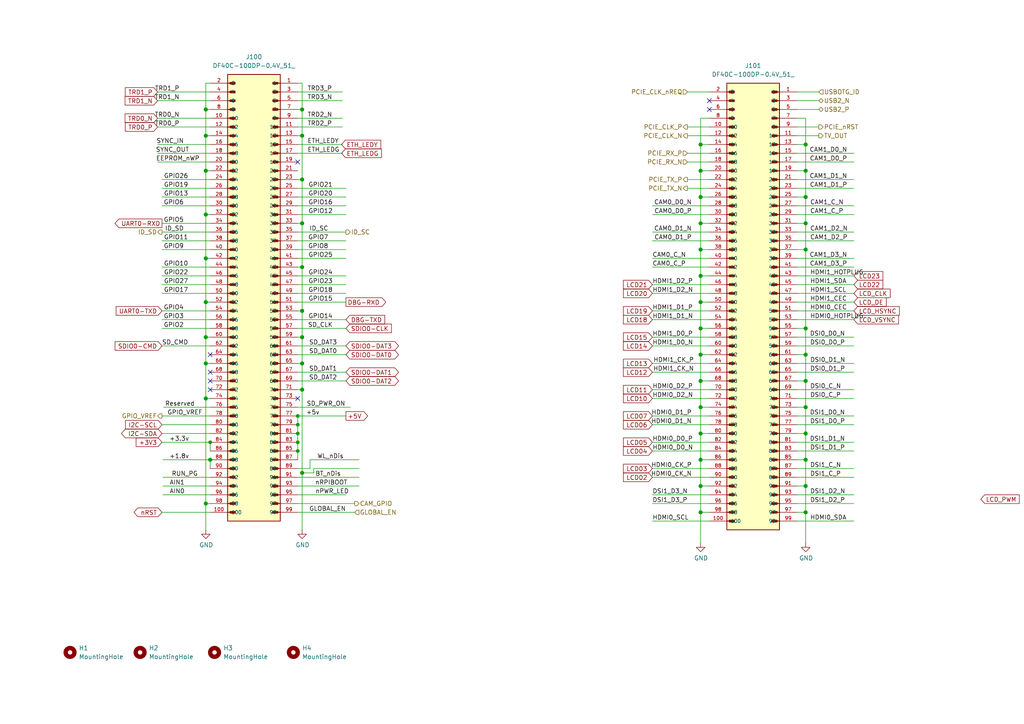
<source format=kicad_sch>
(kicad_sch (version 20231120) (generator "eeschema") (generator_version "8.0")
  (paper "A4")
  (junction (at 60.96 128.27))
  (junction (at 203.2 64.77) (diameter 1.016))
  (junction (at 59.69 31.75) (diameter 1.016))
  (junction (at 203.2 80.01) (diameter 1.016))
  (junction (at 87.63 31.75) (diameter 1.016))
  (junction (at 233.68 148.59) (diameter 1.016))
  (junction (at 203.2 125.73) (diameter 1.016))
  (junction (at 59.69 105.41) (diameter 1.016))
  (junction (at 86.36 123.19))
  (junction (at 203.2 133.35) (diameter 1.016))
  (junction (at 203.2 110.49) (diameter 1.016))
  (junction (at 87.63 90.17) (diameter 1.016))
  (junction (at 59.69 62.23) (diameter 1.016))
  (junction (at 233.68 41.91) (diameter 1.016))
  (junction (at 233.68 95.25) (diameter 1.016))
  (junction (at 233.68 64.77) (diameter 1.016))
  (junction (at 59.69 39.37) (diameter 1.016))
  (junction (at 87.63 39.37) (diameter 1.016))
  (junction (at 87.63 137.16) (diameter 1.016))
  (junction (at 203.2 140.97) (diameter 1.016))
  (junction (at 233.68 118.11) (diameter 1.016))
  (junction (at 203.2 72.39) (diameter 1.016))
  (junction (at 233.68 102.87) (diameter 1.016))
  (junction (at 59.69 87.63) (diameter 1.016))
  (junction (at 233.68 49.53) (diameter 1.016))
  (junction (at 86.36 128.27))
  (junction (at 87.63 77.47) (diameter 1.016))
  (junction (at 203.2 102.87) (diameter 1.016))
  (junction (at 203.2 87.63) (diameter 1.016))
  (junction (at 60.96 133.35) (diameter 1.016))
  (junction (at 87.63 105.41) (diameter 1.016))
  (junction (at 203.2 95.25) (diameter 1.016))
  (junction (at 203.2 57.15) (diameter 1.016))
  (junction (at 233.68 110.49) (diameter 1.016))
  (junction (at 86.36 130.81))
  (junction (at 59.69 146.05) (diameter 1.016))
  (junction (at 87.63 113.03) (diameter 1.016))
  (junction (at 59.69 74.93) (diameter 1.016))
  (junction (at 87.63 52.07) (diameter 1.016))
  (junction (at 59.69 115.57) (diameter 1.016))
  (junction (at 87.63 97.79) (diameter 1.016))
  (junction (at 86.36 120.65))
  (junction (at 203.2 118.11) (diameter 1.016))
  (junction (at 233.68 125.73) (diameter 1.016))
  (junction (at 203.2 148.59) (diameter 1.016))
  (junction (at 203.2 41.91) (diameter 1.016))
  (junction (at 233.68 140.97) (diameter 1.016))
  (junction (at 59.69 49.53) (diameter 1.016))
  (junction (at 233.68 133.35) (diameter 1.016))
  (junction (at 59.69 97.79) (diameter 1.016))
  (junction (at 86.36 125.73))
  (junction (at 87.63 64.77) (diameter 1.016))
  (junction (at 233.68 72.39) (diameter 1.016))
  (junction (at 203.2 49.53) (diameter 1.016))
  (junction (at 233.68 57.15) (diameter 1.016))
  (no_connect (at 205.74 29.21))
  (no_connect (at 60.96 102.87))
  (no_connect (at 86.36 115.57))
  (no_connect (at 60.96 107.95))
  (no_connect (at 205.74 31.75))
  (no_connect (at 86.36 46.99))
  (no_connect (at 60.96 113.03))
  (no_connect (at 60.96 110.49))
  (wire (pts (xy 233.68 57.15) (xy 233.68 49.53)))
  (wire (pts (xy 46.99 67.31) (xy 60.96 67.31)))
  (wire (pts (xy 231.14 140.97) (xy 233.68 140.97)))
  (wire (pts (xy 87.63 24.13) (xy 87.63 31.75)))
  (wire (pts (xy 47.4472 118.11) (xy 60.96 118.11)))
  (wire (pts (xy 205.74 138.43) (xy 189.23 138.43)))
  (wire (pts (xy 231.14 72.39) (xy 233.68 72.39)))
  (wire (pts (xy 86.36 67.31) (xy 100.33 67.31)))
  (wire (pts (xy 46.99 80.01) (xy 60.96 80.01)))
  (wire (pts (xy 86.36 90.17) (xy 87.63 90.17)))
  (wire (pts (xy 86.36 143.51) (xy 100.33 143.51)))
  (wire (pts (xy 233.68 133.35) (xy 233.68 140.97)))
  (wire (pts (xy 233.68 34.29) (xy 231.14 34.29)))
  (wire (pts (xy 86.36 36.83) (xy 99.314 36.83)))
  (wire (pts (xy 86.36 59.69) (xy 100.33 59.69)))
  (wire (pts (xy 203.2 80.01) (xy 203.2 87.63)))
  (wire (pts (xy 203.2 125.73) (xy 203.2 133.35)))
  (wire (pts (xy 60.96 39.37) (xy 59.69 39.37)))
  (wire (pts (xy 60.96 135.89) (xy 60.96 133.35)))
  (wire (pts (xy 205.74 123.19) (xy 189.23 123.19)))
  (wire (pts (xy 46.99 82.55) (xy 60.96 82.55)))
  (wire (pts (xy 59.69 39.37) (xy 59.69 49.53)))
  (wire (pts (xy 203.2 110.49) (xy 203.2 118.11)))
  (wire (pts (xy 231.14 64.77) (xy 233.68 64.77)))
  (wire (pts (xy 87.63 77.47) (xy 87.63 90.17)))
  (wire (pts (xy 203.2 87.63) (xy 203.2 95.25)))
  (wire (pts (xy 205.74 140.97) (xy 203.2 140.97)))
  (wire (pts (xy 203.2 49.53) (xy 203.2 57.15)))
  (wire (pts (xy 189.23 113.03) (xy 205.74 113.03)))
  (wire (pts (xy 86.36 82.55) (xy 100.33 82.55)))
  (wire (pts (xy 231.14 41.91) (xy 233.68 41.91)))
  (wire (pts (xy 59.69 105.41) (xy 60.96 105.41)))
  (wire (pts (xy 203.2 72.39) (xy 205.74 72.39)))
  (wire (pts (xy 59.69 49.53) (xy 60.96 49.53)))
  (wire (pts (xy 86.36 54.61) (xy 100.33 54.61)))
  (wire (pts (xy 45.72 29.21) (xy 60.96 29.21)))
  (wire (pts (xy 231.14 39.37) (xy 237.49 39.37)))
  (wire (pts (xy 86.36 64.77) (xy 87.63 64.77)))
  (wire (pts (xy 233.68 118.11) (xy 233.68 125.73)))
  (wire (pts (xy 189.23 92.71) (xy 205.74 92.71)))
  (wire (pts (xy 189.23 85.09) (xy 205.74 85.09)))
  (wire (pts (xy 231.14 67.31) (xy 247.65 67.31)))
  (wire (pts (xy 100.33 95.25) (xy 86.36 95.25)))
  (wire (pts (xy 199.39 36.83) (xy 205.74 36.83)))
  (wire (pts (xy 59.69 115.57) (xy 59.69 146.05)))
  (wire (pts (xy 87.63 52.07) (xy 87.63 64.77)))
  (wire (pts (xy 205.74 46.99) (xy 199.39 46.99)))
  (wire (pts (xy 205.74 120.65) (xy 189.23 120.65)))
  (wire (pts (xy 46.99 52.07) (xy 60.96 52.07)))
  (wire (pts (xy 86.36 39.37) (xy 87.63 39.37)))
  (wire (pts (xy 205.74 69.85) (xy 189.23 69.85)))
  (wire (pts (xy 231.14 95.25) (xy 233.68 95.25)))
  (wire (pts (xy 87.63 105.41) (xy 87.63 113.03)))
  (wire (pts (xy 247.65 46.99) (xy 231.14 46.99)))
  (wire (pts (xy 203.2 41.91) (xy 203.2 49.53)))
  (wire (pts (xy 203.2 102.87) (xy 205.74 102.87)))
  (wire (pts (xy 205.74 135.89) (xy 189.23 135.89)))
  (wire (pts (xy 237.49 26.67) (xy 231.14 26.67)))
  (wire (pts (xy 233.68 125.73) (xy 233.68 133.35)))
  (wire (pts (xy 231.14 36.83) (xy 237.49 36.83)))
  (wire (pts (xy 203.2 95.25) (xy 205.74 95.25)))
  (wire (pts (xy 86.36 24.13) (xy 87.63 24.13)))
  (wire (pts (xy 91.0082 135.89) (xy 104.14 135.89)))
  (wire (pts (xy 247.65 97.79) (xy 231.14 97.79)))
  (wire (pts (xy 203.2 57.15) (xy 205.74 57.15)))
  (wire (pts (xy 59.69 105.41) (xy 59.69 115.57)))
  (wire (pts (xy 233.68 102.87) (xy 233.68 110.49)))
  (wire (pts (xy 203.2 133.35) (xy 205.74 133.35)))
  (wire (pts (xy 59.69 87.63) (xy 60.96 87.63)))
  (wire (pts (xy 86.36 74.93) (xy 100.33 74.93)))
  (wire (pts (xy 247.65 128.27) (xy 231.14 128.27)))
  (wire (pts (xy 86.36 31.75) (xy 87.63 31.75)))
  (wire (pts (xy 247.65 100.33) (xy 231.14 100.33)))
  (wire (pts (xy 231.14 29.21) (xy 237.49 29.21)))
  (wire (pts (xy 87.63 137.16) (xy 87.63 153.67)))
  (wire (pts (xy 199.39 52.07) (xy 205.74 52.07)))
  (wire (pts (xy 59.69 62.23) (xy 60.96 62.23)))
  (wire (pts (xy 46.99 125.73) (xy 60.96 125.73)))
  (wire (pts (xy 87.63 64.77) (xy 87.63 77.47)))
  (wire (pts (xy 86.36 97.79) (xy 87.63 97.79)))
  (wire (pts (xy 189.23 90.17) (xy 205.74 90.17)))
  (wire (pts (xy 86.36 92.71) (xy 100.33 92.71)))
  (wire (pts (xy 46.99 59.69) (xy 60.96 59.69)))
  (wire (pts (xy 87.63 97.79) (xy 87.63 105.41)))
  (wire (pts (xy 47.244 138.43) (xy 60.96 138.43)))
  (wire (pts (xy 233.68 41.91) (xy 233.68 34.29)))
  (wire (pts (xy 205.74 62.23) (xy 189.23 62.23)))
  (wire (pts (xy 89.916 133.35) (xy 104.14 133.35)))
  (wire (pts (xy 231.14 57.15) (xy 233.68 57.15)))
  (wire (pts (xy 189.23 97.79) (xy 205.74 97.79)))
  (wire (pts (xy 231.14 113.03) (xy 247.65 113.03)))
  (wire (pts (xy 46.99 123.19) (xy 60.96 123.19)))
  (wire (pts (xy 86.36 29.21) (xy 99.314 29.21)))
  (wire (pts (xy 86.36 80.01) (xy 100.33 80.01)))
  (wire (pts (xy 86.36 77.47) (xy 87.63 77.47)))
  (wire (pts (xy 189.23 115.57) (xy 205.74 115.57)))
  (wire (pts (xy 86.36 72.39) (xy 100.33 72.39)))
  (wire (pts (xy 46.99 148.59) (xy 60.96 148.59)))
  (wire (pts (xy 46.99 69.85) (xy 60.96 69.85)))
  (wire (pts (xy 86.36 140.97) (xy 104.14 140.97)))
  (wire (pts (xy 59.69 97.79) (xy 59.69 105.41)))
  (wire (pts (xy 231.14 105.41) (xy 247.65 105.41)))
  (wire (pts (xy 203.2 72.39) (xy 203.2 80.01)))
  (wire (pts (xy 205.74 148.59) (xy 203.2 148.59)))
  (wire (pts (xy 203.2 49.53) (xy 205.74 49.53)))
  (wire (pts (xy 203.2 95.25) (xy 203.2 102.87)))
  (wire (pts (xy 203.2 148.59) (xy 203.2 157.48)))
  (wire (pts (xy 86.36 113.03) (xy 87.63 113.03)))
  (wire (pts (xy 59.69 62.23) (xy 59.69 74.93)))
  (wire (pts (xy 89.916 135.89) (xy 89.916 133.35)))
  (wire (pts (xy 203.2 64.77) (xy 205.74 64.77)))
  (wire (pts (xy 189.23 128.27) (xy 205.74 128.27)))
  (wire (pts (xy 87.63 39.37) (xy 87.63 52.07)))
  (wire (pts (xy 231.14 138.43) (xy 247.65 138.43)))
  (wire (pts (xy 86.36 102.87) (xy 100.33 102.87)))
  (wire (pts (xy 205.74 105.41) (xy 189.23 105.41)))
  (wire (pts (xy 86.36 120.65) (xy 100.33 120.65)))
  (wire (pts (xy 203.2 87.63) (xy 205.74 87.63)))
  (wire (pts (xy 231.14 148.59) (xy 233.68 148.59)))
  (wire (pts (xy 233.68 140.97) (xy 233.68 148.59)))
  (wire (pts (xy 86.36 85.09) (xy 100.33 85.09)))
  (wire (pts (xy 205.74 67.31) (xy 189.23 67.31)))
  (wire (pts (xy 86.36 130.81) (xy 86.36 133.35)))
  (wire (pts (xy 87.63 113.03) (xy 87.63 137.16)))
  (wire (pts (xy 205.74 107.95) (xy 189.23 107.95)))
  (wire (pts (xy 86.36 105.41) (xy 87.63 105.41)))
  (wire (pts (xy 59.69 74.93) (xy 60.96 74.93)))
  (wire (pts (xy 86.36 62.23) (xy 100.33 62.23)))
  (wire (pts (xy 59.69 97.79) (xy 60.96 97.79)))
  (wire (pts (xy 87.63 90.17) (xy 87.63 97.79)))
  (wire (pts (xy 233.68 49.53) (xy 233.68 41.91)))
  (wire (pts (xy 86.36 128.27) (xy 86.36 130.81)))
  (wire (pts (xy 203.2 102.87) (xy 203.2 110.49)))
  (wire (pts (xy 231.14 133.35) (xy 233.68 133.35)))
  (wire (pts (xy 203.2 110.49) (xy 205.74 110.49)))
  (wire (pts (xy 203.2 118.11) (xy 205.74 118.11)))
  (wire (pts (xy 45.72 46.99) (xy 60.96 46.99)))
  (wire (pts (xy 86.36 52.07) (xy 87.63 52.07)))
  (wire (pts (xy 87.63 137.16) (xy 91.0082 137.16)))
  (wire (pts (xy 203.2 118.11) (xy 203.2 125.73)))
  (wire (pts (xy 231.14 107.95) (xy 247.65 107.95)))
  (wire (pts (xy 45.72 44.45) (xy 60.96 44.45)))
  (wire (pts (xy 233.68 95.25) (xy 233.68 102.87)))
  (wire (pts (xy 86.36 125.73) (xy 86.36 128.27)))
  (wire (pts (xy 203.2 34.29) (xy 203.2 41.91)))
  (wire (pts (xy 59.69 115.57) (xy 60.96 115.57)))
  (wire (pts (xy 231.14 82.55) (xy 247.65 82.55)))
  (wire (pts (xy 233.68 110.49) (xy 233.68 118.11)))
  (wire (pts (xy 233.68 64.77) (xy 233.68 57.15)))
  (wire (pts (xy 203.2 57.15) (xy 203.2 64.77)))
  (wire (pts (xy 233.68 72.39) (xy 233.68 64.77)))
  (wire (pts (xy 189.23 143.51) (xy 205.74 143.51)))
  (wire (pts (xy 247.65 130.81) (xy 231.14 130.81)))
  (wire (pts (xy 60.96 133.35) (xy 61.214 133.35)))
  (wire (pts (xy 231.14 110.49) (xy 233.68 110.49)))
  (wire (pts (xy 203.2 125.73) (xy 205.74 125.73)))
  (wire (pts (xy 205.74 34.29) (xy 203.2 34.29)))
  (wire (pts (xy 199.39 26.67) (xy 205.74 26.67)))
  (wire (pts (xy 60.96 146.05) (xy 59.69 146.05)))
  (wire (pts (xy 189.23 146.05) (xy 205.74 146.05)))
  (wire (pts (xy 46.99 54.61) (xy 60.96 54.61)))
  (wire (pts (xy 46.99 85.09) (xy 60.96 85.09)))
  (wire (pts (xy 247.65 52.07) (xy 231.14 52.07)))
  (wire (pts (xy 247.65 77.47) (xy 231.14 77.47)))
  (wire (pts (xy 46.99 128.27) (xy 60.96 128.27)))
  (wire (pts (xy 46.99 100.33) (xy 60.96 100.33)))
  (wire (pts (xy 231.14 135.89) (xy 247.65 135.89)))
  (wire (pts (xy 231.14 59.69) (xy 247.65 59.69)))
  (wire (pts (xy 86.36 120.65) (xy 86.36 123.19)))
  (wire (pts (xy 86.36 146.05) (xy 102.87 146.05)))
  (wire (pts (xy 46.99 92.71) (xy 60.96 92.71)))
  (wire (pts (xy 199.39 39.37) (xy 205.74 39.37)))
  (wire (pts (xy 205.74 44.45) (xy 199.39 44.45)))
  (wire (pts (xy 231.14 102.87) (xy 233.68 102.87)))
  (wire (pts (xy 231.14 87.63) (xy 247.65 87.63)))
  (wire (pts (xy 231.14 85.09) (xy 247.65 85.09)))
  (wire (pts (xy 45.72 34.29) (xy 60.96 34.29)))
  (wire (pts (xy 86.36 135.89) (xy 89.916 135.89)))
  (wire (pts (xy 47.244 143.51) (xy 60.96 143.51)))
  (wire (pts (xy 86.36 44.45) (xy 99.314 44.45)))
  (wire (pts (xy 231.14 62.23) (xy 247.65 62.23)))
  (wire (pts (xy 47.244 133.35) (xy 60.96 133.35)))
  (wire (pts (xy 199.39 54.61) (xy 205.74 54.61)))
  (wire (pts (xy 247.65 54.61) (xy 231.14 54.61)))
  (wire (pts (xy 231.14 90.17) (xy 247.65 90.17)))
  (wire (pts (xy 45.72 36.83) (xy 60.96 36.83)))
  (wire (pts (xy 60.96 24.13) (xy 59.69 24.13)))
  (wire (pts (xy 189.23 130.81) (xy 205.74 130.81)))
  (wire (pts (xy 59.69 74.93) (xy 59.69 87.63)))
  (wire (pts (xy 189.23 74.93) (xy 205.74 74.93)))
  (wire (pts (xy 231.14 125.73) (xy 233.68 125.73)))
  (wire (pts (xy 86.36 110.49) (xy 100.33 110.49)))
  (wire (pts (xy 86.36 87.63) (xy 100.33 87.63)))
  (wire (pts (xy 231.14 31.75) (xy 237.49 31.75)))
  (wire (pts (xy 86.36 26.67) (xy 99.314 26.67)))
  (wire (pts (xy 59.69 87.63) (xy 59.69 97.79)))
  (wire (pts (xy 247.65 74.93) (xy 231.14 74.93)))
  (wire (pts (xy 231.14 80.01) (xy 247.65 80.01)))
  (wire (pts (xy 231.14 115.57) (xy 247.65 115.57)))
  (wire (pts (xy 100.33 100.33) (xy 86.36 100.33)))
  (wire (pts (xy 46.99 120.65) (xy 60.96 120.65)))
  (wire (pts (xy 203.2 41.91) (xy 205.74 41.91)))
  (wire (pts (xy 189.23 151.13) (xy 205.74 151.13)))
  (wire (pts (xy 100.33 107.95) (xy 86.36 107.95)))
  (wire (pts (xy 86.36 57.15) (xy 100.33 57.15)))
  (wire (pts (xy 247.65 123.19) (xy 231.14 123.19)))
  (wire (pts (xy 231.14 92.71) (xy 247.65 92.71)))
  (wire (pts (xy 247.65 44.45) (xy 231.14 44.45)))
  (wire (pts (xy 86.36 138.43) (xy 104.14 138.43)))
  (wire (pts (xy 46.99 95.25) (xy 60.96 95.25)))
  (wire (pts (xy 86.36 34.29) (xy 99.314 34.29)))
  (wire (pts (xy 45.72 26.67) (xy 60.96 26.67)))
  (wire (pts (xy 231.14 118.11) (xy 233.68 118.11)))
  (wire (pts (xy 233.68 72.39) (xy 233.68 95.25)))
  (wire (pts (xy 86.36 148.59) (xy 102.87 148.59)))
  (wire (pts (xy 86.36 41.91) (xy 99.314 41.91)))
  (wire (pts (xy 91.0082 137.16) (xy 91.0082 135.89)))
  (wire (pts (xy 46.99 64.77) (xy 60.96 64.77)))
  (wire (pts (xy 189.23 100.33) (xy 205.74 100.33)))
  (wire (pts (xy 60.96 31.75) (xy 59.69 31.75)))
  (wire (pts (xy 231.14 69.85) (xy 247.65 69.85)))
  (wire (pts (xy 231.14 151.13) (xy 247.65 151.13)))
  (wire (pts (xy 203.2 80.01) (xy 205.74 80.01)))
  (wire (pts (xy 247.65 120.65) (xy 231.14 120.65)))
  (wire (pts (xy 46.99 77.47) (xy 60.96 77.47)))
  (wire (pts (xy 60.96 130.81) (xy 60.96 128.27)))
  (wire (pts (xy 59.69 24.13) (xy 59.69 31.75)))
  (wire (pts (xy 205.74 59.69) (xy 189.23 59.69)))
  (wire (pts (xy 59.69 31.75) (xy 59.69 39.37)))
  (wire (pts (xy 47.244 140.97) (xy 60.96 140.97)))
  (wire (pts (xy 45.72 41.91) (xy 60.96 41.91)))
  (wire (pts (xy 86.36 69.85) (xy 100.33 69.85)))
  (wire (pts (xy 86.36 123.19) (xy 86.36 125.73)))
  (wire (pts (xy 231.14 49.53) (xy 233.68 49.53)))
  (wire (pts (xy 46.99 57.15) (xy 60.96 57.15)))
  (wire (pts (xy 46.99 72.39) (xy 60.96 72.39)))
  (wire (pts (xy 203.2 133.35) (xy 203.2 140.97)))
  (wire (pts (xy 46.99 90.17) (xy 60.96 90.17)))
  (wire (pts (xy 189.23 77.47) (xy 205.74 77.47)))
  (wire (pts (xy 203.2 140.97) (xy 203.2 148.59)))
  (wire (pts (xy 86.36 118.11) (xy 101.6 118.11)))
  (wire (pts (xy 231.14 146.05) (xy 247.65 146.05)))
  (wire (pts (xy 189.23 82.55) (xy 205.74 82.55)))
  (wire (pts (xy 59.69 146.05) (xy 59.69 153.67)))
  (wire (pts (xy 87.63 31.75) (xy 87.63 39.37)))
  (wire (pts (xy 233.68 148.59) (xy 233.68 157.48)))
  (wire (pts (xy 59.69 49.53) (xy 59.69 62.23)))
  (wire (pts (xy 231.14 143.51) (xy 247.65 143.51)))
  (wire (pts (xy 203.2 64.77) (xy 203.2 72.39)))
  (label "GPIO12" (at 96.52 62.23 180))
  (label "ID_SD" (at 53.34 67.31 180))
  (label "TRD3_P" (at 89.154 26.67 0))
  (label "HDMI0_CEC" (at 234.95 90.17 0))
  (label "GPIO16" (at 96.52 59.69 180))
  (label "DSI1_D2_N" (at 234.95 143.51 0))
  (label "CAM0_C_P" (at 189.23 77.47 0))
  (label "SD_DAT1" (at 97.79 107.95 180))
  (label "ETH_LEDY" (at 89.154 41.91 0))
  (label "HDMI1_CK_N" (at 201.295 107.95 180))
  (label "GLOBAL_EN" (at 100.33 148.59 180))
  (label "HDMI0_D1_P" (at 200.66 120.65 180))
  (label "HDMI0_CK_P" (at 200.66 135.89 180))
  (label "TRD0_N" (at 52.07 34.29 180))
  (label "HDMI1_D0_N" (at 189.23 100.33 0))
  (label "SYNC_OUT" (at 54.864 44.45 180))
  (label "+3.3v" (at 54.864 128.27 180))
  (label "HDMI1_D1_N" (at 189.23 92.71 0))
  (label "GPIO19" (at 54.61 54.61 180))
  (label "SD_PWR_ON" (at 88.9 118.11 0))
  (label "CAM0_D0_P" (at 200.66 62.23 180))
  (label "CAM0_D1_P" (at 200.66 69.85 180))
  (label "CAM1_D0_N" (at 245.745 44.45 180))
  (label "HDMI1_SDA" (at 234.95 82.55 0))
  (label "CAM1_D3_N" (at 245.745 74.93 180))
  (label "CAM1_D0_P" (at 245.745 46.99 180))
  (label "SD_DAT3" (at 97.79 100.33 180))
  (label "GPIO8" (at 95.25 72.39 180))
  (label "GPIO27" (at 54.61 82.55 180))
  (label "SYNC_IN" (at 53.34 41.91 180))
  (label "GPIO13" (at 54.61 57.15 180))
  (label "GPIO7" (at 95.25 69.85 180))
  (label "DSI1_C_N" (at 234.95 135.89 0))
  (label "HDMI0_D2_P" (at 189.23 113.03 0))
  (label "DSI1_D1_N" (at 245.11 128.27 180))
  (label "GPIO21" (at 96.52 54.61 180))
  (label "GPIO20" (at 96.52 57.15 180))
  (label "DSI1_C_P" (at 234.95 138.43 0))
  (label "SD_CLK" (at 96.52 95.25 180))
  (label "HDMI0_D0_P" (at 189.23 128.27 0))
  (label "DSI1_D3_N" (at 189.23 143.51 0))
  (label "DSI1_D3_P" (at 189.23 146.05 0))
  (label "GPIO22" (at 54.61 80.01 180))
  (label "ETH_LEDG" (at 89.154 44.45 0))
  (label "TRD2_N" (at 89.154 34.29 0))
  (label "HDMI0_SDA" (at 234.95 151.13 0))
  (label "DSI0_C_N" (at 234.95 113.03 0))
  (label "HDMI1_D2_N" (at 189.23 85.09 0))
  (label "CAM1_C_P" (at 234.95 62.23 0))
  (label "TRD1_P" (at 52.07 26.67 180))
  (label "BT_nDis" (at 98.9076 138.43 180))
  (label "HDMI1_SCL" (at 234.95 85.09 0))
  (label "HDMI1_CK_P" (at 201.295 105.41 180))
  (label "HDMI1_D2_P" (at 189.23 82.55 0))
  (label "HDMI1_CEC" (at 234.95 87.63 0))
  (label "CAM1_D2_P" (at 234.95 69.85 0))
  (label "CAM1_C_N" (at 234.95 59.69 0))
  (label "GPIO3" (at 53.34 92.71 180))
  (label "HDMI0_HOTPLUG" (at 234.95 92.71 0))
  (label "HDMI0_D0_N" (at 189.23 130.81 0))
  (label "DSI1_D2_P" (at 234.95 146.05 0))
  (label "GPIO17" (at 54.61 85.09 180))
  (label "AIN0" (at 53.594 143.51 180))
  (label "+1.8v" (at 54.864 133.35 180))
  (label "GPIO23" (at 96.52 82.55 180))
  (label "CAM1_D3_P" (at 245.745 77.47 180))
  (label "+5v" (at 92.71 120.65 180))
  (label "SD_CMD" (at 54.61 100.33 180))
  (label "nRPIBOOT" (at 100.7872 140.97 180))
  (label "HDMI1_HOTPLUG" (at 234.95 80.01 0))
  (label "GPIO14" (at 96.52 92.71 180))
  (label "GPIO24" (at 96.52 80.01 180))
  (label "TRD0_P" (at 52.07 36.83 180))
  (label "TRD3_N" (at 89.154 29.21 0))
  (label "DSI0_D0_N" (at 245.11 97.79 180))
  (label "HDMI0_D2_N" (at 189.23 115.57 0))
  (label "CAM1_D2_N" (at 234.95 67.31 0))
  (label "HDMI1_D0_P" (at 189.23 97.79 0))
  (label "GPIO9" (at 53.34 72.39 180))
  (label "HDMI0_SCL" (at 189.23 151.13 0))
  (label "GPIO11" (at 54.61 69.85 180))
  (label "SD_DAT0" (at 97.79 102.87 180))
  (label "DSI1_D0_P" (at 245.11 123.19 180))
  (label "EEPROM_nWP" (at 57.912 46.99 180))
  (label "DSI0_D1_P" (at 234.95 107.95 0))
  (label "GPIO5" (at 53.34 64.77 180))
  (label "GPIO4" (at 53.34 90.17 180))
  (label "GPIO25" (at 96.52 74.93 180))
  (label "DSI1_D0_N" (at 245.11 120.65 180))
  (label "DSI1_D1_P" (at 245.11 130.81 180))
  (label "GPIO2" (at 53.34 95.25 180))
  (label "DSI0_D0_P" (at 245.11 100.33 180))
  (label "GPIO15" (at 96.52 87.63 180))
  (label "CAM1_D1_P" (at 245.745 54.61 180))
  (label "HDMI0_CK_N" (at 200.66 138.43 180))
  (label "TRD1_N" (at 52.07 29.21 180))
  (label "DSI0_D1_N" (at 234.95 105.41 0))
  (label "WL_nDis" (at 99.695 133.35 180))
  (label "HDMI1_D1_P" (at 189.23 90.17 0))
  (label "GPIO18" (at 96.52 85.09 180))
  (label "TRD2_P" (at 89.154 36.83 0))
  (label "CAM0_C_N" (at 189.23 74.93 0))
  (label "CAM0_D1_N" (at 200.66 67.31 180))
  (label "CAM0_D0_N" (at 200.66 59.69 180))
  (label "GPIO6" (at 53.34 59.69 180))
  (label "ID_SC" (at 95.25 67.31 180))
  (label "HDMI0_D1_N" (at 200.66 123.19 180))
  (label "SD_DAT2" (at 97.79 110.49 180))
  (label "AIN1" (at 53.594 140.97 180))
  (label "GPIO_VREF" (at 48.514 120.65 0))
  (label "Reserved" (at 56.515 118.11 180))
  (label "GPIO10" (at 54.61 77.47 180))
  (label "nPWR_LED" (at 91.44 143.51 0))
  (label "RUN_PG" (at 57.404 138.43 180))
  (label "GPIO26" (at 54.61 52.07 180))
  (label "CAM1_D1_N" (at 245.745 52.07 180))
  (label "DSI0_C_P" (at 234.95 115.57 0))
  (global_label "LCD14" (shape input) (at 189.23 100.33 180) (property "Intersheetrefs" "${INTERSHEET_REFS}" (effects (hide yes))))
  (global_label "DBG-TXD" (shape input) (at 100.33 92.71 0) (property "Intersheetrefs" "${INTERSHEET_REFS}" (effects (hide yes))))
  (global_label "LCD_DE" (shape input) (at 247.65 87.63 0) (property "Intersheetrefs" "${INTERSHEET_REFS}" (effects (hide yes))))
  (global_label "TRD1_N" (shape input) (at 45.72 29.21 180) (property "Intersheetrefs" "${INTERSHEET_REFS}" (effects (hide yes))))
  (global_label "SDIO0-DAT3" (shape bidirectional) (at 100.33 100.33 0) (property "Intersheetrefs" "${INTERSHEET_REFS}" (effects (hide yes))))
  (global_label "LCD17" (shape output) (at 314.96 86.36 180) (property "Intersheetrefs" "${INTERSHEET_REFS}" (effects (hide yes))))
  (global_label "nRST" (shape bidirectional) (at 46.99 148.59 180) (property "Intersheetrefs" "${INTERSHEET_REFS}" (effects (hide yes))))
  (global_label "LCD18" (shape input) (at 189.23 92.71 180) (property "Intersheetrefs" "${INTERSHEET_REFS}" (effects (hide yes))))
  (global_label "TRD0_P" (shape input) (at 45.72 36.83 180) (property "Intersheetrefs" "${INTERSHEET_REFS}" (effects (hide yes))))
  (global_label "LCD04" (shape input) (at 189.23 130.81 180) (property "Intersheetrefs" "${INTERSHEET_REFS}" (effects (hide yes))))
  (global_label "LCD07" (shape input) (at 189.23 120.65 180) (property "Intersheetrefs" "${INTERSHEET_REFS}" (effects (hide yes))))
  (global_label "LCD20" (shape input) (at 189.23 85.09 180) (property "Intersheetrefs" "${INTERSHEET_REFS}" (effects (hide yes))))
  (global_label "LCD03" (shape input) (at 189.23 135.89 180) (property "Intersheetrefs" "${INTERSHEET_REFS}" (effects (hide yes))))
  (global_label "LCD_HSYNC" (shape input) (at 247.65 90.17 0) (property "Intersheetrefs" "${INTERSHEET_REFS}" (effects (hide yes))))
  (global_label "LCD09" (shape output) (at 322.58 72.39 180) (property "Intersheetrefs" "${INTERSHEET_REFS}" (effects (hide yes))))
  (global_label "LCD11" (shape input) (at 189.23 113.03 180) (property "Intersheetrefs" "${INTERSHEET_REFS}" (effects (hide yes))))
  (global_label "TRD1_P" (shape input) (at 45.72 26.67 180) (property "Intersheetrefs" "${INTERSHEET_REFS}" (effects (hide yes))))
  (global_label "+5V" (shape output) (at 100.33 120.65 0) (property "Intersheetrefs" "${INTERSHEET_REFS}" (effects (hide yes))))
  (global_label "SDIO0-DAT1" (shape bidirectional) (at 100.33 107.95 0) (property "Intersheetrefs" "${INTERSHEET_REFS}" (effects (hide yes))))
  (global_label "LCD01" (shape output) (at 322.58 52.07 180) (property "Intersheetrefs" "${INTERSHEET_REFS}" (effects (hide yes))))
  (global_label "LCD15" (shape input) (at 189.23 97.79 180) (property "Intersheetrefs" "${INTERSHEET_REFS}" (effects (hide yes))))
  (global_label "TRD0_N" (shape input) (at 45.72 34.29 180) (property "Intersheetrefs" "${INTERSHEET_REFS}" (effects (hide yes))))
  (global_label "LCD_PWM" (shape input) (at 284.48 144.78 0) (property "Intersheetrefs" "${INTERSHEET_REFS}" (effects (hide yes))))
  (global_label "LCD06" (shape input) (at 189.23 123.19 180) (property "Intersheetrefs" "${INTERSHEET_REFS}" (effects (hide yes))))
  (global_label "I2C-SCL" (shape input) (at 46.99 123.19 180) (property "Intersheetrefs" "${INTERSHEET_REFS}" (effects (hide yes))))
  (global_label "LCD16" (shape input) (at 314.96 83.82 180) (property "Intersheetrefs" "${INTERSHEET_REFS}" (effects (hide yes))))
  (global_label "LCD10" (shape input) (at 189.23 115.57 180) (property "Intersheetrefs" "${INTERSHEET_REFS}" (effects (hide yes))))
  (global_label "LCD12" (shape input) (at 189.23 107.95 180) (property "Intersheetrefs" "${INTERSHEET_REFS}" (effects (hide yes))))
  (global_label "ETH_LEDG" (shape input) (at 99.06 44.45 0) (property "Intersheetrefs" "${INTERSHEET_REFS}" (effects (hide yes))))
  (global_label "UART0-RXD" (shape output) (at 46.99 64.77 180) (property "Intersheetrefs" "${INTERSHEET_REFS}" (effects (hide yes))))
  (global_label "DBG-RXD" (shape output) (at 100.33 87.63 0) (property "Intersheetrefs" "${INTERSHEET_REFS}" (effects (hide yes))))
  (global_label "+3V3" (shape input) (at 46.99 128.27 180) (property "Intersheetrefs" "${INTERSHEET_REFS}" (effects (hide yes))))
  (global_label "LCD22" (shape input) (at 247.65 82.55 0) (property "Intersheetrefs" "${INTERSHEET_REFS}" (effects (hide yes))))
  (global_label "LCD00" (shape output) (at 322.58 49.53 180) (property "Intersheetrefs" "${INTERSHEET_REFS}" (effects (hide yes))))
  (global_label "UART0-TXD" (shape input) (at 46.99 90.17 180) (property "Intersheetrefs" "${INTERSHEET_REFS}" (effects (hide yes))))
  (global_label "I2C-SDA" (shape bidirectional) (at 46.99 125.73 180) (property "Intersheetrefs" "${INTERSHEET_REFS}" (effects (hide yes))))
  (global_label "SDIO0-DAT2" (shape bidirectional) (at 100.33 110.49 0) (property "Intersheetrefs" "${INTERSHEET_REFS}" (effects (hide yes))))
  (global_label "LCD05" (shape input) (at 189.23 128.27 180) (property "Intersheetrefs" "${INTERSHEET_REFS}" (effects (hide yes))))
  (global_label "ETH_LEDY" (shape input) (at 99.06 41.91 0) (property "Intersheetrefs" "${INTERSHEET_REFS}" (effects (hide yes))))
  (global_label "LCD13" (shape input) (at 189.23 105.41 180) (property "Intersheetrefs" "${INTERSHEET_REFS}" (effects (hide yes))))
  (global_label "LCD23" (shape input) (at 247.65 80.01 0) (property "Intersheetrefs" "${INTERSHEET_REFS}" (effects (hide yes))))
  (global_label "LCD_VSYNC" (shape input) (at 247.65 92.71 0) (property "Intersheetrefs" "${INTERSHEET_REFS}" (effects (hide yes))))
  (global_label "SDIO0-CLK" (shape input) (at 100.33 95.25 0) (property "Intersheetrefs" "${INTERSHEET_REFS}" (effects (hide yes))))
  (global_label "SDIO0-CMD" (shape input) (at 46.99 100.33 180) (property "Intersheetrefs" "${INTERSHEET_REFS}" (effects (hide yes))))
  (global_label "LCD19" (shape input) (at 189.23 90.17 180) (property "Intersheetrefs" "${INTERSHEET_REFS}" (effects (hide yes))))
  (global_label "LCD21" (shape input) (at 189.23 82.55 180) (property "Intersheetrefs" "${INTERSHEET_REFS}" (effects (hide yes))))
  (global_label "LCD02" (shape input) (at 189.23 138.43 180) (property "Intersheetrefs" "${INTERSHEET_REFS}" (effects (hide yes))))
  (global_label "LCD_CLK" (shape input) (at 247.65 85.09 0) (property "Intersheetrefs" "${INTERSHEET_REFS}" (effects (hide yes))))
  (global_label "LCD08" (shape output) (at 322.58 69.85 180) (property "Intersheetrefs" "${INTERSHEET_REFS}" (effects (hide yes))))
  (global_label "SDIO0-DAT0" (shape bidirectional) (at 100.33 102.87 0) (property "Intersheetrefs" "${INTERSHEET_REFS}" (effects (hide yes))))
  (hierarchical_label "ID_SC" (shape output) (at 100.33 67.31 0))
  (hierarchical_label "PCIE_RX_P" (shape input) (at 199.39 44.45 180))
  (hierarchical_label "PCIE_RX_N" (shape input) (at 199.39 46.99 180))
  (hierarchical_label "GPIO_VREF" (shape output) (at 46.99 120.65 180))
  (hierarchical_label "PCIE_CLK_P" (shape output) (at 199.39 36.83 180))
  (hierarchical_label "USB2_N" (shape bidirectional) (at 237.49 29.21 0))
  (hierarchical_label "PCIE_CLK_N" (shape output) (at 199.39 39.37 180))
  (hierarchical_label "PCIE_TX_P" (shape output) (at 199.39 52.07 180))
  (hierarchical_label "PCIE_TX_N" (shape output) (at 199.39 54.61 180))
  (hierarchical_label "ID_SD" (shape output) (at 46.99 67.31 180))
  (hierarchical_label "PCIE_CLK_nREQ" (shape input) (at 199.39 26.67 180))
  (hierarchical_label "USB2_P" (shape bidirectional) (at 237.49 31.75 0))
  (hierarchical_label "TV_OUT" (shape output) (at 237.49 39.37 0))
  (hierarchical_label "PCIE_nRST" (shape output) (at 237.49 36.83 0))
  (hierarchical_label "CAM_GPIO" (shape output) (at 102.87 146.05 0))
  (hierarchical_label "GLOBAL_EN" (shape input) (at 102.87 148.59 0))
  (hierarchical_label "USBOTG_ID" (shape input) (at 237.49 26.67 0))
  (symbol (lib_id "power:GND") (at 87.63 153.67 0) (unit 1)
    (property "Reference" "#PWR04" (effects (hide yes)))
    (property "Value" "GND" (at 87.757 158.0642 0))
  )
  (symbol (lib_id "power:GND") (at 233.68 157.48 0) (unit 1)
    (property "Reference" "#PWR02" (effects (hide yes)))
    (property "Value" "GND" (at 233.807 161.8742 0))
  )
  (symbol (lib_id "power:GND") (at 203.2 157.48 0) (unit 1)
    (property "Reference" "#PWR01" (effects (hide yes)))
    (property "Value" "GND" (at 203.327 161.8742 0))
  )
  (symbol (lib_id "power:GND") (at 59.69 153.67 0) (unit 1)
    (property "Reference" "#PWR03" (effects (hide yes)))
    (property "Value" "GND" (at 59.817 158.0642 0))
  )
  (symbol (lib_id "CM4IO:ComputeModule4-CM4") (at -163.83 85.09 0) (unit 1) (on_board no) (dnp yes)
    (property "Reference" "Module1" (at -184.404 25.654 0))
    (property "Value" "ComputeModule4" (at -166.37 25.8064 0))
    (property "Footprint" "CM4IO:Raspberry-Pi-4-Compute-Module" (effects (hide yes)))
    (property "Field4" "Hirose" (effects (hide yes)))
    (property "Field5" "2off DF40C-100DS-0.4V" (effects (hide yes)))
    (property "Field6" "2off DF40C-100DS-0.4V" (effects (hide yes)))
    (property "Field7" "Hirose" (effects (hide yes)))
    (property "Part Description" "	100 Position Connector Receptacle, Center Strip Contacts Surface Mount Gold" (effects (hide yes)))
  )
  (symbol (lib_id "Mechanical:MountingHole") (at 40.64 189.23 0) (unit 1) (exclude_from_sim yes) (in_bom no)
    (property "Reference" "H2" (at 43.18 187.9599 0) (effects (justify left)))
    (property "Value" "MountingHole" (at 43.18 190.4999 0) (effects (justify left)))
    (property "Footprint" "MountingHole:MountingHole_2.7mm_M2.5_DIN965" (effects (hide yes)))
    (property "Description" "Mounting Hole without connection" (effects (hide yes)))
  )
  (symbol (lib_id "hirose:DF40C-100DP-0.4V_51_") (at 218.44 87.63 0) (mirror y) (unit 1)
    (property "Reference" "J101" (at 218.44 19.05 0))
    (property "Value" "DF40C-100DP-0.4V_51_" (at 218.44 21.59 0))
    (property "Footprint" "hirose:HRS_DF40C-100DP-0.4V_51_" (effects (hide yes)))
    (property "MF" "Hirose Electric Co Ltd" (effects (hide yes)))
    (property "MAXIMUM_PACKAGE_HEIGHT" "1.29mm" (effects (hide yes)))
    (property "Package" "None" (effects (hide yes)))
    (property "Price" "None" (effects (hide yes)))
    (property "Check_prices" "https://www.snapeda.com/parts/DF40C-100DP-0.4V(51)/Hirose/view-part/?ref=eda" (effects (hide yes)))
    (property "STANDARD" "Manufacturer Recommendations" (effects (hide yes)))
    (property "PARTREV" "02/2020" (effects (hide yes)))
    (property "SnapEDA_Link" "https://www.snapeda.com/parts/DF40C-100DP-0.4V(51)/Hirose/view-part/?ref=snap" (effects (hide yes)))
    (property "MP" "DF40C-100DP-0.4V(51)" (effects (hide yes)))
    (property "Purchase-URL" "https://www.snapeda.com/api/url_track_click_mouser/?unipart_id=7177778&manufacturer=Hirose Electric Co Ltd&part_name=DF40C-100DP-0.4V(51)&search_term=None" (effects (hide yes)))
    (property "Description_1" "\n100 Position Connector Plug, Outer Shroud Contacts Surface Mount Gold\n" (effects (hide yes)))
    (property "Availability" "In Stock" (effects (hide yes)))
    (property "MANUFACTURER" "Hirose Electric" (effects (hide yes)))
  )
  (symbol (lib_id "hirose:DF40C-100DP-0.4V_51_") (at 73.66 85.09 0) (mirror y) (unit 1)
    (property "Reference" "J100" (at 73.66 16.51 0))
    (property "Value" "DF40C-100DP-0.4V_51_" (at 73.66 19.05 0))
    (property "Footprint" "hirose:HRS_DF40C-100DP-0.4V_51_" (effects (hide yes)))
    (property "MF" "Hirose Electric Co Ltd" (effects (hide yes)))
    (property "MAXIMUM_PACKAGE_HEIGHT" "1.29mm" (effects (hide yes)))
    (property "Package" "None" (effects (hide yes)))
    (property "Price" "None" (effects (hide yes)))
    (property "Check_prices" "https://www.snapeda.com/parts/DF40C-100DP-0.4V(51)/Hirose/view-part/?ref=eda" (effects (hide yes)))
    (property "STANDARD" "Manufacturer Recommendations" (effects (hide yes)))
    (property "PARTREV" "02/2020" (effects (hide yes)))
    (property "SnapEDA_Link" "https://www.snapeda.com/parts/DF40C-100DP-0.4V(51)/Hirose/view-part/?ref=snap" (effects (hide yes)))
    (property "MP" "DF40C-100DP-0.4V(51)" (effects (hide yes)))
    (property "Purchase-URL" "https://www.snapeda.com/api/url_track_click_mouser/?unipart_id=7177778&manufacturer=Hirose Electric Co Ltd&part_name=DF40C-100DP-0.4V(51)&search_term=None" (effects (hide yes)))
    (property "Description_1" "\n100 Position Connector Plug, Outer Shroud Contacts Surface Mount Gold\n" (effects (hide yes)))
    (property "Availability" "In Stock" (effects (hide yes)))
    (property "MANUFACTURER" "Hirose Electric" (effects (hide yes)))
  )
  (symbol (lib_id "Mechanical:MountingHole") (at 20.32 189.23 0) (unit 1) (exclude_from_sim yes) (in_bom no)
    (property "Reference" "H1" (at 22.86 187.9599 0) (effects (justify left)))
    (property "Value" "MountingHole" (at 22.86 190.4999 0) (effects (justify left)))
    (property "Footprint" "MountingHole:MountingHole_2.7mm_M2.5_DIN965" (effects (hide yes)))
    (property "Description" "Mounting Hole without connection" (effects (hide yes)))
  )
  (symbol (lib_id "Mechanical:MountingHole") (at 85.09 189.23 0) (unit 1) (exclude_from_sim yes) (in_bom no)
    (property "Reference" "H4" (at 87.63 187.9599 0) (effects (justify left)))
    (property "Value" "MountingHole" (at 87.63 190.4999 0) (effects (justify left)))
    (property "Footprint" "MountingHole:MountingHole_2.7mm_M2.5_DIN965" (effects (hide yes)))
    (property "Description" "Mounting Hole without connection" (effects (hide yes)))
  )
  (symbol (lib_id "Mechanical:MountingHole") (at 62.23 189.23 0) (unit 1) (exclude_from_sim yes) (in_bom no)
    (property "Reference" "H3" (at 64.77 187.9599 0) (effects (justify left)))
    (property "Value" "MountingHole" (at 64.77 190.4999 0) (effects (justify left)))
    (property "Footprint" "MountingHole:MountingHole_2.7mm_M2.5_DIN965" (effects (hide yes)))
    (property "Description" "Mounting Hole without connection" (effects (hide yes)))
  )
  (symbol (lib_name "ComputeModule4-CM4_1") (lib_id "CM4IO:ComputeModule4-CM4") (at -234.95 92.71 0) (unit 2) (on_board no) (dnp yes)
    (property "Reference" "Module1" (at -498.348 21.844 0))
    (property "Value" "ComputeModule4" (at -470.916 27.686 0))
    (property "Footprint" "CM4IO:Raspberry-Pi-4-Compute-Module" (effects (hide yes)))
    (property "Field4" "Hirose" (effects (hide yes)))
    (property "Field5" "2off DF40C-100DS-0.4V" (effects (hide yes)))
    (property "Field6" "2off DF40C-100DS-0.4V" (effects (hide yes)))
    (property "Field7" "Hirose" (effects (hide yes)))
    (property "Part Description" "	100 Position Connector Receptacle, Center Strip Contacts Surface Mount Gold" (effects (hide yes)))
  )
)
</source>
